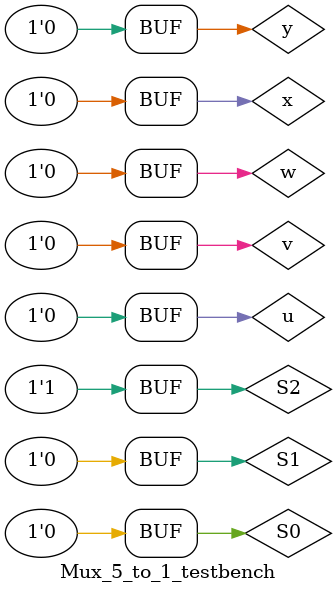
<source format=sv>
module Mux_5_to_1(input S0,S1,S2,u,v,w,x,y,output m);
   assign w0 = S0 ? v : u;
   assign w1 = S0 ? x : w;
   assign w2 = S1 ? w1 : w0;
   assign m = S2 ? y : w2;
endmodule // Mux_5_to_1

module Mux_5_to_1_testbench();
   reg S0,S1,S2,u,v,w,x,y;
   wire m;

   Mux_5_to_1 DUT(S0,S1,S2,u,v,w,x,y,m);
   initial begin
      S0 = 0;S1 = 0;S2 = 0;u = 1;#10;
		u = 0; #10;
      S0 = 1;S1 = 0;S2 = 0;v = 1;#10;
		v = 0; #10;
      S0 = 0;S1 = 1;S2 = 0;w = 1;#10;
		w = 0; #10;
      S0 = 1;S1 = 1;S2 = 0;x = 1;#10;
		x = 0; #10;
      S0 = 0;S1 = 0;S2 = 1;y = 1;#10;
		y = 0;
   end

endmodule // Mux_5_to_1_testbench

</source>
